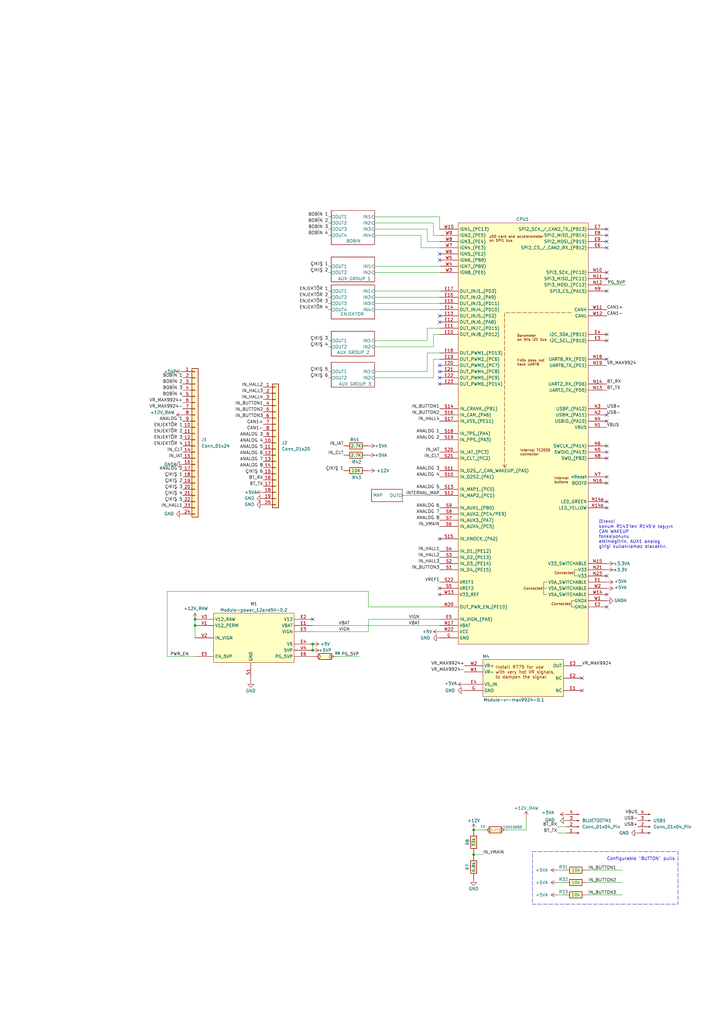
<source format=kicad_sch>
(kicad_sch (version 20231120) (generator "eeschema") (generator_version "8.0")
  (paper "A3" portrait)
  (title_block (title "UAEFI") (date "2024-08-15") (rev "D") (company "rusEFI.com") (comment 1 "https://rusefi.com/s/uaefi"))
  (lib_symbols
    (symbol "Connector:Conn_01x04_Pin" (pin_names (offset 1.016) hide)
      (property "Reference" "J" (at 0 5.08 0))
      (property "Value" "Conn_01x04_Pin" (at 0 -7.62 0))
      (symbol "Conn_01x04_Pin_1_1"
        (polyline (pts (xy 1.27 -5.08) (xy 0.8636 -5.08)) (stroke (width 0.1524)))
        (polyline (pts (xy 1.27 -2.54) (xy 0.8636 -2.54)) (stroke (width 0.1524)))
        (polyline (pts (xy 1.27 0) (xy 0.8636 0)) (stroke (width 0.1524)))
        (polyline (pts (xy 1.27 2.54) (xy 0.8636 2.54)) (stroke (width 0.1524)))
        (rectangle (start 0.8636 -4.953) (end 0 -5.207) (stroke (width 0.1524)) (fill (type outline)))
        (rectangle (start 0.8636 -2.413) (end 0 -2.667) (stroke (width 0.1524)) (fill (type outline)))
        (rectangle (start 0.8636 0.127) (end 0 -0.127) (stroke (width 0.1524)) (fill (type outline)))
        (rectangle (start 0.8636 2.667) (end 0 2.413) (stroke (width 0.1524)) (fill (type outline)))
        (pin passive line (at 5.08 2.54 180) (length 3.81) (name "Pin_1") (number "1"))
        (pin passive line (at 5.08 0 180) (length 3.81) (name "Pin_2") (number "2"))
        (pin passive line (at 5.08 -2.54 180) (length 3.81) (name "Pin_3") (number "3"))
        (pin passive line (at 5.08 -5.08 180) (length 3.81) (name "Pin_4") (number "4"))
      )
    )
    (symbol "Connector_Generic:Conn_01x20" (pin_names (offset 1.016) hide)
      (property "Reference" "J" (at 0 25.4 0))
      (property "Value" "Conn_01x20" (at 0 -27.94 0))
      (symbol "Conn_01x20_1_1"
        (rectangle (start -1.27 -25.273) (end 0 -25.527) (stroke (width 0.1524)))
        (rectangle (start -1.27 -22.733) (end 0 -22.987) (stroke (width 0.1524)))
        (rectangle (start -1.27 -20.193) (end 0 -20.447) (stroke (width 0.1524)))
        (rectangle (start -1.27 -17.653) (end 0 -17.907) (stroke (width 0.1524)))
        (rectangle (start -1.27 -15.113) (end 0 -15.367) (stroke (width 0.1524)))
        (rectangle (start -1.27 -12.573) (end 0 -12.827) (stroke (width 0.1524)))
        (rectangle (start -1.27 -10.033) (end 0 -10.287) (stroke (width 0.1524)))
        (rectangle (start -1.27 -7.493) (end 0 -7.747) (stroke (width 0.1524)))
        (rectangle (start -1.27 -4.953) (end 0 -5.207) (stroke (width 0.1524)))
        (rectangle (start -1.27 -2.413) (end 0 -2.667) (stroke (width 0.1524)))
        (rectangle (start -1.27 0.127) (end 0 -0.127) (stroke (width 0.1524)))
        (rectangle (start -1.27 2.667) (end 0 2.413) (stroke (width 0.1524)))
        (rectangle (start -1.27 5.207) (end 0 4.953) (stroke (width 0.1524)))
        (rectangle (start -1.27 7.747) (end 0 7.493) (stroke (width 0.1524)))
        (rectangle (start -1.27 10.287) (end 0 10.033) (stroke (width 0.1524)))
        (rectangle (start -1.27 12.827) (end 0 12.573) (stroke (width 0.1524)))
        (rectangle (start -1.27 15.367) (end 0 15.113) (stroke (width 0.1524)))
        (rectangle (start -1.27 17.907) (end 0 17.653) (stroke (width 0.1524)))
        (rectangle (start -1.27 20.447) (end 0 20.193) (stroke (width 0.1524)))
        (rectangle (start -1.27 22.987) (end 0 22.733) (stroke (width 0.1524)))
        (rectangle (start -1.27 24.13) (end 1.27 -26.67) (stroke (width 0.254)) (fill (type background)))
        (pin passive line (at -5.08 22.86 0) (length 3.81) (name "Pin_1") (number "1"))
        (pin passive line (at -5.08 0 0) (length 3.81) (name "Pin_10") (number "10"))
        (pin passive line (at -5.08 -2.54 0) (length 3.81) (name "Pin_11") (number "11"))
        (pin passive line (at -5.08 -5.08 0) (length 3.81) (name "Pin_12") (number "12"))
        (pin passive line (at -5.08 -7.62 0) (length 3.81) (name "Pin_13") (number "13"))
        (pin passive line (at -5.08 -10.16 0) (length 3.81) (name "Pin_14") (number "14"))
        (pin passive line (at -5.08 -12.7 0) (length 3.81) (name "Pin_15") (number "15"))
        (pin passive line (at -5.08 -15.24 0) (length 3.81) (name "Pin_16") (number "16"))
        (pin passive line (at -5.08 -17.78 0) (length 3.81) (name "Pin_17") (number "17"))
        (pin passive line (at -5.08 -20.32 0) (length 3.81) (name "Pin_18") (number "18"))
        (pin passive line (at -5.08 -22.86 0) (length 3.81) (name "Pin_19") (number "19"))
        (pin passive line (at -5.08 20.32 0) (length 3.81) (name "Pin_2") (number "2"))
        (pin passive line (at -5.08 -25.4 0) (length 3.81) (name "Pin_20") (number "20"))
        (pin passive line (at -5.08 17.78 0) (length 3.81) (name "Pin_3") (number "3"))
        (pin passive line (at -5.08 15.24 0) (length 3.81) (name "Pin_4") (number "4"))
        (pin passive line (at -5.08 12.7 0) (length 3.81) (name "Pin_5") (number "5"))
        (pin passive line (at -5.08 10.16 0) (length 3.81) (name "Pin_6") (number "6"))
        (pin passive line (at -5.08 7.62 0) (length 3.81) (name "Pin_7") (number "7"))
        (pin passive line (at -5.08 5.08 0) (length 3.81) (name "Pin_8") (number "8"))
        (pin passive line (at -5.08 2.54 0) (length 3.81) (name "Pin_9") (number "9"))
      )
    )
    (symbol "Connector_Generic:Conn_01x24" (pin_names (offset 1.016) hide)
      (property "Reference" "J" (at 0 30.48 0))
      (property "Value" "Conn_01x24" (at 0 -33.02 0))
      (symbol "Conn_01x24_1_1"
        (rectangle (start -1.27 -30.353) (end 0 -30.607) (stroke (width 0.1524)))
        (rectangle (start -1.27 -27.813) (end 0 -28.067) (stroke (width 0.1524)))
        (rectangle (start -1.27 -25.273) (end 0 -25.527) (stroke (width 0.1524)))
        (rectangle (start -1.27 -22.733) (end 0 -22.987) (stroke (width 0.1524)))
        (rectangle (start -1.27 -20.193) (end 0 -20.447) (stroke (width 0.1524)))
        (rectangle (start -1.27 -17.653) (end 0 -17.907) (stroke (width 0.1524)))
        (rectangle (start -1.27 -15.113) (end 0 -15.367) (stroke (width 0.1524)))
        (rectangle (start -1.27 -12.573) (end 0 -12.827) (stroke (width 0.1524)))
        (rectangle (start -1.27 -10.033) (end 0 -10.287) (stroke (width 0.1524)))
        (rectangle (start -1.27 -7.493) (end 0 -7.747) (stroke (width 0.1524)))
        (rectangle (start -1.27 -4.953) (end 0 -5.207) (stroke (width 0.1524)))
        (rectangle (start -1.27 -2.413) (end 0 -2.667) (stroke (width 0.1524)))
        (rectangle (start -1.27 0.127) (end 0 -0.127) (stroke (width 0.1524)))
        (rectangle (start -1.27 2.667) (end 0 2.413) (stroke (width 0.1524)))
        (rectangle (start -1.27 5.207) (end 0 4.953) (stroke (width 0.1524)))
        (rectangle (start -1.27 7.747) (end 0 7.493) (stroke (width 0.1524)))
        (rectangle (start -1.27 10.287) (end 0 10.033) (stroke (width 0.1524)))
        (rectangle (start -1.27 12.827) (end 0 12.573) (stroke (width 0.1524)))
        (rectangle (start -1.27 15.367) (end 0 15.113) (stroke (width 0.1524)))
        (rectangle (start -1.27 17.907) (end 0 17.653) (stroke (width 0.1524)))
        (rectangle (start -1.27 20.447) (end 0 20.193) (stroke (width 0.1524)))
        (rectangle (start -1.27 22.987) (end 0 22.733) (stroke (width 0.1524)))
        (rectangle (start -1.27 25.527) (end 0 25.273) (stroke (width 0.1524)))
        (rectangle (start -1.27 28.067) (end 0 27.813) (stroke (width 0.1524)))
        (rectangle (start -1.27 29.21) (end 1.27 -31.75) (stroke (width 0.254)) (fill (type background)))
        (pin passive line (at -5.08 27.94 0) (length 3.81) (name "Pin_1") (number "1"))
        (pin passive line (at -5.08 5.08 0) (length 3.81) (name "Pin_10") (number "10"))
        (pin passive line (at -5.08 2.54 0) (length 3.81) (name "Pin_11") (number "11"))
        (pin passive line (at -5.08 0 0) (length 3.81) (name "Pin_12") (number "12"))
        (pin passive line (at -5.08 -2.54 0) (length 3.81) (name "Pin_13") (number "13"))
        (pin passive line (at -5.08 -5.08 0) (length 3.81) (name "Pin_14") (number "14"))
        (pin passive line (at -5.08 -7.62 0) (length 3.81) (name "Pin_15") (number "15"))
        (pin passive line (at -5.08 -10.16 0) (length 3.81) (name "Pin_16") (number "16"))
        (pin passive line (at -5.08 -12.7 0) (length 3.81) (name "Pin_17") (number "17"))
        (pin passive line (at -5.08 -15.24 0) (length 3.81) (name "Pin_18") (number "18"))
        (pin passive line (at -5.08 -17.78 0) (length 3.81) (name "Pin_19") (number "19"))
        (pin passive line (at -5.08 25.4 0) (length 3.81) (name "Pin_2") (number "2"))
        (pin passive line (at -5.08 -20.32 0) (length 3.81) (name "Pin_20") (number "20"))
        (pin passive line (at -5.08 -22.86 0) (length 3.81) (name "Pin_21") (number "21"))
        (pin passive line (at -5.08 -25.4 0) (length 3.81) (name "Pin_22") (number "22"))
        (pin passive line (at -5.08 -27.94 0) (length 3.81) (name "Pin_23") (number "23"))
        (pin passive line (at -5.08 -30.48 0) (length 3.81) (name "Pin_24") (number "24"))
        (pin passive line (at -5.08 22.86 0) (length 3.81) (name "Pin_3") (number "3"))
        (pin passive line (at -5.08 20.32 0) (length 3.81) (name "Pin_4") (number "4"))
        (pin passive line (at -5.08 17.78 0) (length 3.81) (name "Pin_5") (number "5"))
        (pin passive line (at -5.08 15.24 0) (length 3.81) (name "Pin_6") (number "6"))
        (pin passive line (at -5.08 12.7 0) (length 3.81) (name "Pin_7") (number "7"))
        (pin passive line (at -5.08 10.16 0) (length 3.81) (name "Pin_8") (number "8"))
        (pin passive line (at -5.08 7.62 0) (length 3.81) (name "Pin_9") (number "9"))
      )
    )
    (symbol "hellen-one-common:+12V_RAW" (power) (pin_names (offset 0))
      (property "Value" "+12V_RAW" (at 0 3.556 0))
      (symbol "+12V_RAW_0_1"
        (polyline (pts (xy -0.762 1.27) (xy 0 2.54)))
        (polyline (pts (xy 0 0) (xy 0 2.54)))
        (polyline (pts (xy 0 2.54) (xy 0.762 1.27)))
      )
      (symbol "+12V_RAW_1_1"
        (pin power_in line (at 0 0 90) (length 0) hide (name "+12V_RAW") (number "1"))
      )
    )
    (symbol "hellen-one-common:Fuse-Pad-Pad" (pin_numbers hide) (pin_names (offset 0.762) hide)
      (property "Reference" "F" (at 0 2.54 0))
      (symbol "Fuse-Pad-Pad_0_1"
        (circle (center -2.54 0) (radius 0.762))
        (arc (start -1.27 0) (mid -0.635 -0.4563) (end 0 0) (stroke (width 0.0005)))
        (arc (start 1.27 0) (mid 0.635 0.398) (end 0 0) (stroke (width 0.0005)))
        (circle (center 2.54 0) (radius 0.762))
        (pin passive line (at -5.08 0 0) (length 2.54) (name "1") (number "1"))
        (pin passive line (at 5.08 0 180) (length 2.54) (name "2") (number "2"))
      )
      (symbol "Fuse-Pad-Pad_1_0"
        (rectangle (start -2.54 -1.27) (end 2.54 1.27) (stroke (width 0.254)) (fill (type background)))
      )
    )
    (symbol "hellen-one-common:Jumper-Pad-Pad" (pin_numbers hide) (pin_names (offset 0.762) hide)
      (property "Reference" "R" (at 0 2.54 0))
      (symbol "Jumper-Pad-Pad_0_1"
        (circle (center -2.54 0) (radius 0.762))
        (circle (center 2.54 0) (radius 0.762))
        (pin passive line (at -5.08 0 0) (length 2.54) (name "1") (number "1"))
        (pin passive line (at 5.08 0 180) (length 2.54) (name "2") (number "2"))
      )
      (symbol "Jumper-Pad-Pad_1_0"
        (rectangle (start -2.54 -1.27) (end 2.54 1.27) (stroke (width 0.254)) (fill (type background)))
      )
    )
    (symbol "hellen-one-common:Res" (pin_numbers hide)
      (property "Reference" "R" (at 3.81 2.54 0))
      (property "Value" "Res" (at 5.08 -2.54 0))
      (symbol "Res_1_0"
        (rectangle (start 2.54 -1.27) (end 7.62 1.27) (stroke (width 0.254)) (fill (type background)))
        (pin passive line (at 0 0 0) (length 2.54) (name "") (number "1"))
        (pin passive line (at 10.16 0 180) (length 2.54) (name "") (number "2"))
      )
    )
    (symbol "hellen-one-mega-mcu100-0.3:Module{colon}mega-mcu100/0.3"
      (property "Reference" "M100" (at 7.62 2.54 0))
      (property "Value" "Module:mega-mcu100/0.3" (at 7.62 -172.72 0))
      (symbol "Module{colon}mega-mcu100/0.3_1_0"
        (polyline (pts (xy 26.67 -97.79) (xy 25.908 -96.52)))
        (polyline (pts (xy 26.67 -97.79) (xy 27.432 -96.52)))
        (polyline (pts (xy 26.67 -97.79) (xy 26.67 -34.29) (xy 54.61 -34.29)) (stroke (width 0) (type dash)))
        (polyline (pts (xy 42.672 -147.32) (xy 43.942 -147.32) (xy 43.942 -147.32) (xy 43.942 -147.32)) (stroke (width 0) (color 7 55 99 1)))
        (polyline (pts (xy 43.942 -144.78) (xy 42.672 -144.78) (xy 42.672 -149.86) (xy 43.942 -149.86)) (stroke (width 0) (color 7 55 99 1)))
        (polyline (pts (xy 55.372 -152.4) (xy 54.102 -152.4) (xy 54.102 -154.94) (xy 55.372 -154.94)) (stroke (width 0) (color 7 55 99 1)))
        (polyline (pts (xy 56.642 -139.7) (xy 55.372 -139.7) (xy 55.372 -142.24) (xy 56.642 -142.24)) (stroke (width 0) (color 7 55 99 1)))
        (rectangle (start 7.62 2.54) (end 60.96 -170.18) (fill (type background)))
        (text "Barometer\non this I2C bus" (at 31.75 -44.45 0) (effects (font (size 1.016 1.016)) (justify left)))
        (text "Connected" (at 34.29 -147.32 0) (effects (font (size 1.016 1.016) (italic yes)) (justify left)))
        (text "Connected" (at 45.72 -153.67 0) (effects (font (size 1.016 1.016) (italic yes)) (justify left)))
        (text "Connected" (at 46.99 -140.97 0) (effects (font (size 1.016 1.016) (italic yes)) (justify left)))
        (text "F40x does not\nhave UART8" (at 31.75 -54.61 0) (effects (font (size 1.016 1.016)) (justify left)))
        (text "Internal\nbuttons" (at 46.99 -102.87 0) (effects (font (size 1.016 1.016)) (justify left)))
        (text "Internal TC2030\nconnector" (at 33.02 -91.44 0) (effects (font (size 1.016 1.016)) (justify left)))
        (text "uSD card and accelerometer \non SPI1 bus" (at 20.32 -3.81 0) (effects (font (size 1.016 1.016)) (justify left)))
        (pin passive line (at 68.58 -144.78 180) (length 7.62) (name "V5A_SWITCHABLE") (number "E1"))
        (pin passive line (at 0 -43.18 0) (length 7.62) (name "OUT_INJ8_(PD12)") (number "E10"))
        (pin passive line (at 0 -40.64 0) (length 7.62) (name "OUT_INJ7_(PD15)") (number "E11"))
        (pin passive line (at 0 -38.1 0) (length 7.62) (name "OUT_INJ6_(PA8)") (number "E12"))
        (pin passive line (at 0 -35.56 0) (length 7.62) (name "OUT_INJ5_(PD2)") (number "E13"))
        (pin passive line (at 0 -33.02 0) (length 7.62) (name "OUT_INJ4_(PD10)") (number "E14"))
        (pin passive line (at 0 -30.48 0) (length 7.62) (name "OUT_INJ3_(PD11)") (number "E15"))
        (pin passive line (at 0 -27.94 0) (length 7.62) (name "OUT_INJ2_(PA9)") (number "E16"))
        (pin passive line (at 0 -25.4 0) (length 7.62) (name "OUT_INJ1_(PD3)") (number "E17"))
        (pin passive line (at 0 -50.8 0) (length 7.62) (name "OUT_PWM1_(PD13)") (number "E18"))
        (pin passive line (at 0 -53.34 0) (length 7.62) (name "OUT_PWM2_(PC6)") (number "E19"))
        (pin passive line (at 68.58 -154.94 180) (length 7.62) (name "GNDA") (number "E2"))
        (pin passive line (at 0 -55.88 0) (length 7.62) (name "OUT_PWM3_(PC7)") (number "E20"))
        (pin passive line (at 0 -58.42 0) (length 7.62) (name "OUT_PWM4_(PC8)") (number "E21"))
        (pin passive line (at 0 -60.96 0) (length 7.62) (name "OUT_PWM5_(PC9)") (number "E22"))
        (pin passive line (at 0 -63.5 0) (length 7.62) (name "OUT_PWM6_(PD14)") (number "E23"))
        (pin passive line (at 68.58 -45.72 180) (length 7.62) (name "I2C_SCL_(PB10)") (number "E3"))
        (pin passive line (at 68.58 -43.18 180) (length 7.62) (name "I2C_SDA_(PB11)") (number "E4"))
        (pin passive line (at 0 -160.02 0) (length 7.62) (name "IN_VIGN_(PA5)") (number "E5"))
        (pin passive line (at 68.58 -7.62 180) (length 7.62) (name "SPI2_CS_/_CAN2_RX_(PB12)") (number "E6"))
        (pin passive line (at 68.58 0 180) (length 7.62) (name "SPI2_SCK_/_CAN2_TX_(PB13)") (number "E7"))
        (pin passive line (at 68.58 -2.54 180) (length 7.62) (name "SPI2_MISO_(PB14)") (number "E8"))
        (pin passive line (at 68.58 -5.08 180) (length 7.62) (name "SPI2_MOSI_(PB15)") (number "E9"))
        (pin passive line (at 0 -167.64 0) (length 7.62) (name "GND") (number "G"))
        (pin passive line (at 68.58 -81.28 180) (length 7.62) (name "VBUS") (number "N1"))
        (pin passive line (at 68.58 -17.78 180) (length 7.62) (name "SPI3_SCK_(PC10)") (number "N10"))
        (pin passive line (at 68.58 -20.32 180) (length 7.62) (name "SPI3_MISO_(PC11)") (number "N11"))
        (pin passive line (at 68.58 -22.86 180) (length 7.62) (name "SPI3_MOSI_(PC12)") (number "N12"))
        (pin passive line (at 68.58 -66.04 180) (length 7.62) (name "UART2_TX_(PD5)") (number "N13"))
        (pin passive line (at 68.58 -63.5 180) (length 7.62) (name "UART2_RX_(PD6)") (number "N14"))
        (pin passive line (at 68.58 -111.76 180) (length 7.62) (name "LED_GREEN") (number "N14a"))
        (pin passive line (at 68.58 -114.3 180) (length 7.62) (name "LED_YELLOW") (number "N14b"))
        (pin passive line (at 68.58 -137.16 180) (length 7.62) (name "V33_SWITCHABLE") (number "N15"))
        (pin passive line (at 68.58 -104.14 180) (length 7.62) (name "BOOT0") (number "N16"))
        (pin passive line (at 0 -162.56 0) (length 7.62) (name "VBAT") (number "N17"))
        (pin passive line (at 68.58 -53.34 180) (length 7.62) (name "UART8_RX_(PE0)") (number "N18"))
        (pin passive line (at 68.58 -55.88 180) (length 7.62) (name "UART8_TX_(PE1)") (number "N19"))
        (pin passive line (at 68.58 -76.2 180) (length 7.62) (name "USBM_(PA11)") (number "N2"))
        (pin passive line (at 0 -154.94 0) (length 7.62) (name "OUT_PWR_EN_(PE10)") (number "N20"))
        (pin passive line (at 68.58 -139.7 180) (length 7.62) (name "V33") (number "N21"))
        (pin passive line (at 0 -165.1 0) (length 7.62) (name "VCC") (number "N22"))
        (pin passive line (at 68.58 -142.24 180) (length 7.62) (name "V33") (number "N23"))
        (pin passive line (at 68.58 -73.66 180) (length 7.62) (name "USBP_(PA12)") (number "N3"))
        (pin passive line (at 68.58 -78.74 180) (length 7.62) (name "USBID_(PA10)") (number "N4"))
        (pin passive line (at 68.58 -91.44 180) (length 7.62) (name "SWDIO_(PA13)") (number "N5"))
        (pin passive line (at 68.58 -88.9 180) (length 7.62) (name "SWCLK_(PA14)") (number "N6"))
        (pin passive line (at 68.58 -101.6 180) (length 7.62) (name "nReset") (number "N7"))
        (pin passive line (at 68.58 -93.98 180) (length 7.62) (name "SWO_(PB3)") (number "N8"))
        (pin passive line (at 68.58 -25.4 180) (length 7.62) (name "SPI3_CS_(PA15)") (number "N9"))
        (pin passive line (at 0 -139.7 0) (length 7.62) (name "IN_D4_(PE15)") (number "S1"))
        (pin passive line (at 0 -101.6 0) (length 7.62) (name "IN_O2S2_(PA1)") (number "S10"))
        (pin passive line (at 0 -99.06 0) (length 7.62) (name "IN_O2S_/_CAN_WAKEUP_(PA0)") (number "S11"))
        (pin passive line (at 0 -109.22 0) (length 7.62) (name "IN_MAP2_(PC1)") (number "S12"))
        (pin passive line (at 0 -106.68 0) (length 7.62) (name "IN_MAP1_(PC0)") (number "S13"))
        (pin passive line (at 0 -73.66 0) (length 7.62) (name "IN_CRANK_(PB1)") (number "S14"))
        (pin passive line (at 0 -127 0) (length 7.62) (name "IN_KNOCK_(PA2)") (number "S15"))
        (pin passive line (at 0 -76.2 0) (length 7.62) (name "IN_CAM_(PA6)") (number "S16"))
        (pin passive line (at 0 -78.74 0) (length 7.62) (name "IN_VSS_(PE11)") (number "S17"))
        (pin passive line (at 0 -83.82 0) (length 7.62) (name "IN_TPS_(PA4)") (number "S18"))
        (pin passive line (at 0 -86.36 0) (length 7.62) (name "IN_PPS_(PA3)") (number "S19"))
        (pin passive line (at 0 -137.16 0) (length 7.62) (name "IN_D3_(PE14)") (number "S2"))
        (pin passive line (at 0 -91.44 0) (length 7.62) (name "IN_IAT_(PC3)") (number "S20"))
        (pin passive line (at 0 -93.98 0) (length 7.62) (name "IN_CLT_(PC2)") (number "S21"))
        (pin passive line (at 0 -144.78 0) (length 7.62) (name "VREF1") (number "S22"))
        (pin passive line (at 0 -134.62 0) (length 7.62) (name "IN_D2_(PE13)") (number "S3"))
        (pin passive line (at 0 -132.08 0) (length 7.62) (name "IN_D1_(PE12)") (number "S4"))
        (pin passive line (at 0 -147.32 0) (length 7.62) (name "VREF2") (number "S5"))
        (pin passive line (at 0 -121.92 0) (length 7.62) (name "IN_AUX4_(PC5)") (number "S6"))
        (pin passive line (at 0 -119.38 0) (length 7.62) (name "IN_AUX3_(PA7)") (number "S7"))
        (pin passive line (at 0 -116.84 0) (length 7.62) (name "IN_AUX2_(PC4/PE9)") (number "S8"))
        (pin passive line (at 0 -114.3 0) (length 7.62) (name "IN_AUX1_(PB0)") (number "S9"))
        (pin passive line (at 68.58 -152.4 180) (length 7.62) (name "GNDA") (number "W1"))
        (pin passive line (at 0 0 0) (length 7.62) (name "IGN1_(PC13)") (number "W10"))
        (pin passive line (at 68.58 -33.02 180) (length 7.62) (name "CANH") (number "W11"))
        (pin passive line (at 68.58 -35.56 180) (length 7.62) (name "CANL") (number "W12"))
        (pin passive line (at 0 -149.86 0) (length 7.62) (name "V33_REF") (number "W13"))
        (pin passive line (at 68.58 -149.86 180) (length 7.62) (name "V5A_SWITCHABLE") (number "W14"))
        (pin passive line (at 68.58 -147.32 180) (length 7.62) (name "V5A_SWITCHABLE") (number "W2"))
        (pin passive line (at 0 -17.78 0) (length 7.62) (name "IGN8_(PE6)") (number "W3"))
        (pin passive line (at 0 -15.24 0) (length 7.62) (name "IGN7_(PB9)") (number "W4"))
        (pin passive line (at 0 -12.7 0) (length 7.62) (name "IGN6_(PB8)") (number "W5"))
        (pin passive line (at 0 -10.16 0) (length 7.62) (name "IGN5_(PE2)") (number "W6"))
        (pin passive line (at 0 -7.62 0) (length 7.62) (name "IGN4_(PE3)") (number "W7"))
        (pin passive line (at 0 -5.08 0) (length 7.62) (name "IGN3_(PE4)") (number "W8"))
        (pin passive line (at 0 -2.54 0) (length 7.62) (name "IGN2_(PE5)") (number "W9"))
      )
    )
    (symbol "hellen-one-power_12and5V:Module-power_12and5V-0.2"
      (property "Reference" "M" (at 1.27 1.27 0))
      (property "Value" "Module-power_12and5V-0.2" (at -1.27 3.81 0))
      (symbol "Module-power_12and5V-0.2_1_0"
        (rectangle (start 33.02 0) (end 0 -20.32) (fill (type background)))
        (pin passive line (at 40.64 -5.08 180) (length 7.62) (name "VBAT") (number "E1"))
        (pin passive line (at 40.64 -2.54 180) (length 7.62) (name "V12") (number "E2"))
        (pin passive line (at 40.64 -7.62 180) (length 7.62) (name "VIGN") (number "E3"))
        (pin passive line (at 40.64 -12.7 180) (length 7.62) (name "V5") (number "E4"))
        (pin passive line (at -7.62 -17.78 0) (length 7.62) (name "EN_5VP") (number "E5"))
        (pin passive line (at 40.64 -17.78 180) (length 7.62) (name "PG_5VP") (number "E6"))
        (pin passive line (at 15.24 -27.94 90) (length 7.62) (name "GND") (number "S1"))
        (pin passive line (at -7.62 -5.08 0) (length 7.62) (name "V12_PERM") (number "V1"))
        (pin passive line (at -7.62 -10.16 0) (length 7.62) (name "IN_VIGN") (number "V2"))
        (pin passive line (at -7.62 -2.54 0) (length 7.62) (name "V12_RAW") (number "V3"))
        (pin passive line (at 40.64 -15.24 180) (length 7.62) (name "5VP") (number "V4"))
      )
    )
    (symbol "power:+12V" (power) (pin_names (offset 0))
      (property "Value" "+12V" (at 0 3.556 0))
      (symbol "+12V_0_1"
        (polyline (pts (xy -0.762 1.27) (xy 0 2.54)))
        (polyline (pts (xy 0 0) (xy 0 2.54)))
        (polyline (pts (xy 0 2.54) (xy 0.762 1.27)))
      )
      (symbol "+12V_1_1"
        (pin power_in line (at 0 0 90) (length 0) hide (name "+12V") (number "1"))
      )
    )
    (symbol "power:+3.3V" (power) (pin_names (offset 0))
      (property "Value" "+3.3V" (at 0 3.556 0))
      (symbol "+3.3V_0_1"
        (polyline (pts (xy -0.762 1.27) (xy 0 2.54)))
        (polyline (pts (xy 0 0) (xy 0 2.54)))
        (polyline (pts (xy 0 2.54) (xy 0.762 1.27)))
      )
      (symbol "+3.3V_1_1"
        (pin power_in line (at 0 0 90) (length 0) hide (name "+3.3V") (number "1"))
      )
    )
    (symbol "power:+3.3VA" (power) (pin_names (offset 0))
      (property "Value" "+3.3VA" (at 0 3.556 0))
      (symbol "+3.3VA_0_1"
        (polyline (pts (xy -0.762 1.27) (xy 0 2.54)))
        (polyline (pts (xy 0 0) (xy 0 2.54)))
        (polyline (pts (xy 0 2.54) (xy 0.762 1.27)))
      )
      (symbol "+3.3VA_1_1"
        (pin power_in line (at 0 0 90) (length 0) hide (name "+3.3VA") (number "1"))
      )
    )
    (symbol "power:+5V" (power) (pin_names (offset 0))
      (property "Value" "+5V" (at 0 3.556 0))
      (symbol "+5V_0_1"
        (polyline (pts (xy -0.762 1.27) (xy 0 2.54)))
        (polyline (pts (xy 0 0) (xy 0 2.54)))
        (polyline (pts (xy 0 2.54) (xy 0.762 1.27)))
      )
      (symbol "+5V_1_1"
        (pin power_in line (at 0 0 90) (length 0) hide (name "+5V") (number "1"))
      )
    )
    (symbol "power:+5VA" (power) (pin_names (offset 0))
      (property "Value" "+5VA" (at 0 3.556 0))
      (symbol "+5VA_0_1"
        (polyline (pts (xy -0.762 1.27) (xy 0 2.54)))
        (polyline (pts (xy 0 0) (xy 0 2.54)))
        (polyline (pts (xy 0 2.54) (xy 0.762 1.27)))
      )
      (symbol "+5VA_1_1"
        (pin power_in line (at 0 0 90) (length 0) hide (name "+5VA") (number "1"))
      )
    )
    (symbol "power:+5VP" (power) (pin_names (offset 0))
      (property "Value" "+5VP" (at 0 3.556 0))
      (symbol "+5VP_0_1"
        (polyline (pts (xy -0.762 1.27) (xy 0 2.54)))
        (polyline (pts (xy 0 0) (xy 0 2.54)))
        (polyline (pts (xy 0 2.54) (xy 0.762 1.27)))
      )
      (symbol "+5VP_1_1"
        (pin power_in line (at 0 0 90) (length 0) hide (name "+5VP") (number "1"))
      )
    )
    (symbol "power:GND" (power) (pin_names (offset 0))
      (property "Value" "GND" (at 0 -3.81 0))
      (symbol "GND_0_1"
        (polyline (pts (xy 0 0) (xy 0 -1.27) (xy 1.27 -1.27) (xy 0 -2.54) (xy -1.27 -1.27) (xy 0 -1.27)))
      )
      (symbol "GND_1_1"
        (pin power_in line (at 0 0 270) (length 0) hide (name "GND") (number "1"))
      )
    )
    (symbol "power:GNDA" (power) (pin_names (offset 0))
      (property "Value" "GNDA" (at 0 -3.81 0))
      (symbol "GNDA_0_1"
        (polyline (pts (xy 0 0) (xy 0 -1.27) (xy 1.27 -1.27) (xy 0 -2.54) (xy -1.27 -1.27) (xy 0 -1.27)))
      )
      (symbol "GNDA_1_1"
        (pin power_in line (at 0 0 270) (length 0) hide (name "GNDA") (number "1"))
      )
    )
    (symbol "vr-max9924:Module-vr-max9924-0.1"
      (property "Reference" "M" (at 1.27 1.27 0))
      (property "Value" "Module-vr-max9924-0.1" (at 16.51 -16.51 0))
      (symbol "Module-vr-max9924-0.1_1_0"
        (rectangle (start 0 0) (end 33.02 -15.24) (fill (type background)))
        (text "Install R775 for use \nwith very hot VR signals, \nto dampen the signal" (at 5.08 -5.08 0) (effects (font (size 1.27 1.27)) (justify left)))
        (pin passive line (at 40.64 -12.7 180) (length 7.62) (name "NC") (number "E1"))
        (pin passive line (at 40.64 -7.62 180) (length 7.62) (name "NC") (number "E2"))
        (pin passive line (at 40.64 -2.54 180) (length 7.62) (name "OUT") (number "E3"))
        (pin passive line (at -7.62 -10.16 0) (length 7.62) (name "V5_IN") (number "E4"))
        (pin passive line (at -7.62 -12.7 0) (length 7.62) (name "GND") (number "G"))
        (pin passive line (at -7.62 -5.08 0) (length 7.62) (name "VR-") (number "W1"))
        (pin passive line (at -7.62 -2.54 0) (length 7.62) (name "VR+") (number "W2"))
      )
    )
  )
  (junction (at 128.27 266.7))
  (junction (at 80.01 256.54))
  (junction (at 194.31 340.36))
  (junction (at 128.27 264.16))
  (junction (at 80.01 254))
  (junction (at 194.31 350.52))
  (no_connect (at 248.92 182.88))
  (no_connect (at 248.92 101.6))
  (no_connect (at 248.92 187.96))
  (no_connect (at 248.92 248.92))
  (no_connect (at 180.34 220.98))
  (no_connect (at 248.92 147.32))
  (no_connect (at 248.92 99.06))
  (no_connect (at 248.92 111.76))
  (no_connect (at 180.34 152.4))
  (no_connect (at 180.34 154.94))
  (no_connect (at 248.92 172.72))
  (no_connect (at 180.34 132.08))
  (no_connect (at 180.34 129.54))
  (no_connect (at 248.92 198.12))
  (no_connect (at 248.92 208.28))
  (no_connect (at 248.92 185.42))
  (no_connect (at 248.92 93.98))
  (no_connect (at 180.34 106.68))
  (no_connect (at 128.27 254))
  (no_connect (at 248.92 236.22))
  (no_connect (at 248.92 114.3))
  (no_connect (at 180.34 104.14))
  (no_connect (at 248.92 205.74))
  (no_connect (at 238.76 278.13))
  (no_connect (at 180.34 149.86))
  (no_connect (at 248.92 243.84))
  (no_connect (at 248.92 119.38))
  (no_connect (at 180.34 157.48))
  (no_connect (at 248.92 137.16))
  (no_connect (at 248.92 139.7))
  (no_connect (at 238.76 283.21))
  (no_connect (at 180.34 241.3))
  (no_connect (at 248.92 170.18))
  (no_connect (at 180.34 243.84))
  (no_connect (at 248.92 195.58))
  (no_connect (at 248.92 96.52))
  (wire (pts (xy 153.67 139.7) (xy 175.26 139.7)))
  (wire (pts (xy 153.67 119.38) (xy 180.34 119.38)))
  (wire (pts (xy 134.62 139.7) (xy 135.89 139.7)))
  (wire (pts (xy 153.67 93.98) (xy 175.26 93.98)))
  (wire (pts (xy 134.62 119.38) (xy 135.89 119.38)))
  (wire (pts (xy 153.67 127) (xy 180.34 127)))
  (wire (pts (xy 180.34 88.9) (xy 180.34 93.98)))
  (wire (pts (xy 153.67 111.76) (xy 180.34 111.76)))
  (wire (pts (xy 134.62 96.52) (xy 135.89 96.52)))
  (wire (pts (xy 228.6 339.09) (xy 232.41 339.09)))
  (wire (pts (xy 180.34 147.32) (xy 177.8 147.32)))
  (wire (pts (xy 241.3 361.95) (xy 255.27 361.95)))
  (wire (pts (xy 172.72 101.6) (xy 180.34 101.6)))
  (wire (pts (xy 153.67 124.46) (xy 180.34 124.46)))
  (wire (pts (xy 177.8 154.94) (xy 177.8 147.32)))
  (wire (pts (xy 177.8 137.16) (xy 180.34 137.16)))
  (wire (pts (xy 134.62 93.98) (xy 135.89 93.98)))
  (wire (pts (xy 256.54 116.84) (xy 248.92 116.84)))
  (wire (pts (xy 175.26 144.78) (xy 175.26 152.4)))
  (wire (pts (xy 180.34 144.78) (xy 175.26 144.78)))
  (wire (pts (xy 153.67 121.92) (xy 180.34 121.92)))
  (wire (pts (xy 175.26 134.62) (xy 180.34 134.62)))
  (wire (pts (xy 134.62 109.22) (xy 135.89 109.22)))
  (wire (pts (xy 134.62 154.94) (xy 135.89 154.94)))
  (wire (pts (xy 68.58 269.24) (xy 80.01 269.24)))
  (wire (pts (xy 172.72 96.52) (xy 172.72 101.6)))
  (wire (pts (xy 153.67 91.44) (xy 177.8 91.44)))
  (wire (pts (xy 134.62 121.92) (xy 135.89 121.92)))
  (wire (pts (xy 180.34 248.92) (xy 151.13 248.92)))
  (wire (pts (xy 151.13 248.92) (xy 151.13 242.57)))
  (wire (pts (xy 165.1 203.2) (xy 180.34 203.2)))
  (wire (pts (xy 194.31 340.36) (xy 198.12 340.36)))
  (wire (pts (xy 138.43 269.24) (xy 147.32 269.24)))
  (wire (pts (xy 194.31 350.52) (xy 198.12 350.52)))
  (wire (pts (xy 134.62 91.44) (xy 135.89 91.44)))
  (wire (pts (xy 215.9 340.36) (xy 208.28 340.36)))
  (wire (pts (xy 153.67 154.94) (xy 177.8 154.94)))
  (wire (pts (xy 153.67 109.22) (xy 180.34 109.22)))
  (wire (pts (xy 153.67 142.24) (xy 177.8 142.24)))
  (wire (pts (xy 175.26 99.06) (xy 180.34 99.06)))
  (wire (pts (xy 151.13 254) (xy 180.34 254)))
  (wire (pts (xy 128.27 256.54) (xy 180.34 256.54)))
  (wire (pts (xy 134.62 111.76) (xy 135.89 111.76)))
  (wire (pts (xy 175.26 139.7) (xy 175.26 134.62)))
  (wire (pts (xy 153.67 96.52) (xy 172.72 96.52)))
  (wire (pts (xy 151.13 259.08) (xy 151.13 254)))
  (wire (pts (xy 80.01 256.54) (xy 80.01 261.62)))
  (wire (pts (xy 134.62 152.4) (xy 135.89 152.4)))
  (wire (pts (xy 153.67 88.9) (xy 180.34 88.9)))
  (wire (pts (xy 151.13 242.57) (xy 68.58 242.57)))
  (wire (pts (xy 228.6 361.95) (xy 231.14 361.95)))
  (wire (pts (xy 228.6 367.03) (xy 231.14 367.03)))
  (wire (pts (xy 175.26 93.98) (xy 175.26 99.06)))
  (wire (pts (xy 80.01 254) (xy 80.01 256.54)))
  (wire (pts (xy 128.27 259.08) (xy 151.13 259.08)))
  (wire (pts (xy 134.62 142.24) (xy 135.89 142.24)))
  (wire (pts (xy 228.6 356.87) (xy 231.14 356.87)))
  (wire (pts (xy 134.62 88.9) (xy 135.89 88.9)))
  (wire (pts (xy 134.62 124.46) (xy 135.89 124.46)))
  (wire (pts (xy 215.9 335.28) (xy 215.9 340.36)))
  (wire (pts (xy 228.6 341.63) (xy 232.41 341.63)))
  (wire (pts (xy 177.8 142.24) (xy 177.8 137.16)))
  (wire (pts (xy 134.62 127) (xy 135.89 127)))
  (wire (pts (xy 175.26 152.4) (xy 153.67 152.4)))
  (wire (pts (xy 177.8 96.52) (xy 180.34 96.52)))
  (wire (pts (xy 241.3 356.87) (xy 255.27 356.87)))
  (wire (pts (xy 241.3 367.03) (xy 255.27 367.03)))
  (wire (pts (xy 128.27 264.16) (xy 128.27 266.7)))
  (wire (pts (xy 68.58 242.57) (xy 68.58 269.24)))
  (wire (pts (xy 177.8 91.44) (xy 177.8 96.52)))
  (rectangle (start 218.44 349.25) (end 278.13 370.84) (stroke (width 0) (type dash)))
  (text "Direnci\nkonum R143'ten R145'e taşıyın\nCAN WAKEUP\nfonksiyonunu\netkinleştirin. AUX1 analog\ngirişi kullanılamaz olacaktır." (at 245.618 225.044 0) (effects (font (size 1.27 1.27)) (justify left bottom)))
  (text "Configurable \"BUTTON\" pulls" (at 248.92 353.06 0) (effects (font (size 1.27 1.27)) (justify left bottom)))
  (label "PG_5VP" (at 256.54 116.84 180))
  (label "IN_HALL1" (at 180.34 226.06 180))
  (label "IN_BUTTON3" (at 107.95 171.45 180))
  (label "ANALOG 2" (at 180.34 180.34 180))
  (label "ÇIKIŞ 3" (at 74.93 200.66 180))
  (label "BOBİN 3" (at 134.62 93.98 180))
  (label "IN_CLT" (at 180.34 187.96 180))
  (label "IN_IAT" (at 140.97 182.88 180))
  (label "IN_HALL3" (at 107.95 161.29 180))
  (label "BOBİN 4" (at 74.93 162.56 180))
  (label "ENJEKTÖR 4" (at 134.62 127 180))
  (label "BT_RX" (at 228.6 339.09 180))
  (label "ENJEKTÖR 1" (at 74.93 175.26 180))
  (label "ENJEKTÖR 1" (at 134.62 119.38 180))
  (label "CAN1+" (at 248.92 127 0))
  (label "IN_BUTTON3" (at 241.3 367.03 0))
  (label "BT_TX" (at 107.95 199.39 180))
  (label "IN_HALL4" (at 180.34 172.72 180))
  (label "ÇIKIŞ 3" (at 134.62 139.7 180))
  (label "IN_VMAIN" (at 198.12 350.52 0))
  (label "ENJEKTÖR 3" (at 74.93 180.34 180))
  (label "USB-" (at 261.62 336.55 180))
  (label "ANALOG 5" (at 107.95 184.15 180))
  (label "BT_RX" (at 107.95 196.85 180))
  (label "BT_TX" (at 228.6 341.63 180))
  (label "VIGN" (at 143.51 259.08 180))
  (label "VBAT" (at 167.64 256.54 0))
  (label "ÇIKIŞ 5" (at 74.93 205.74 180))
  (label "IN_HALL2" (at 180.34 228.6 180))
  (label "USB+" (at 248.92 167.64 0))
  (label "ÇIKIŞ 2" (at 134.62 111.76 180))
  (label "BT_RX" (at 248.92 157.48 0))
  (label "VREF1" (at 180.34 238.76 180))
  (label "IN_BUTTON1" (at 180.34 167.64 180))
  (label "BT_TX" (at 248.92 160.02 0))
  (label "ÇIKIŞ 4" (at 74.93 203.2 180))
  (label "USB+" (at 261.62 339.09 180))
  (label "USB-" (at 248.92 170.18 0))
  (label "BOBİN 4" (at 134.62 96.52 180))
  (label "IN_BUTTON1" (at 241.3 356.87 0))
  (label "PWR_EN" (at 69.85 269.24 0))
  (label "VBAT" (at 143.51 256.54 180))
  (label "BOBİN 2" (at 134.62 91.44 180))
  (label "PG_5VP" (at 147.32 269.24 180))
  (label "ÇIKIŞ 1" (at 134.62 109.22 180))
  (label "ANALOG 2" (at 74.93 193.04 180))
  (label "ENJEKTÖR 3" (at 134.62 124.46 180))
  (label "ÇIKIŞ 2" (at 74.93 198.12 180))
  (label "VR_MAX9924" (at 248.92 149.86 0))
  (label "VR_MAX9924-" (at 74.93 167.64 180))
  (label "BOBİN 1" (at 74.93 154.94 180))
  (label "IN_CLT" (at 140.97 186.69 180))
  (label "IN_BUTTON3" (at 180.34 233.68 180))
  (label "ANALOG 6" (at 180.34 208.28 180))
  (label "IN_HALL3" (at 180.34 231.14 180))
  (label "ANALOG 3" (at 180.34 193.04 180))
  (label "ÇIKIŞ 5" (at 134.62 152.4 180))
  (label "ANALOG 7" (at 180.34 210.82 180))
  (label "VR_MAX9924+" (at 190.5 273.05 180))
  (label "ENJEKTÖR 2" (at 134.62 121.92 180))
  (label "IN_HALL1" (at 74.93 208.28 180))
  (label "VIGN" (at 167.64 254 0))
  (label "ANALOG 6" (at 107.95 186.69 180))
  (label "BOBİN 3" (at 74.93 160.02 180))
  (label "ÇIKIŞ 1" (at 74.93 195.58 180))
  (label "VR_MAX9924" (at 238.76 273.05 0))
  (label "ANALOG 8" (at 107.95 191.77 180))
  (label "ENJEKTÖR 2" (at 74.93 177.8 180))
  (label "ÇIKIŞ 4" (at 134.62 142.24 180))
  (label "ANALOG 1" (at 180.34 177.8 180))
  (label "ANALOG 7" (at 107.95 189.23 180))
  (label "IN_BUTTON1" (at 107.95 166.37 180))
  (label "VBUS" (at 248.92 175.26 0))
  (label "ANALOG 5" (at 180.34 200.66 180))
  (label "IN_BUTTON2" (at 180.34 170.18 180))
  (label "IN_HALL4" (at 107.95 163.83 180))
  (label "VR_MAX9924-" (at 190.5 275.59 180))
  (label "ÇIKIŞ 1" (at 140.97 193.04 180))
  (label "ÇIKIŞ 6" (at 134.62 154.94 180))
  (label "CAN1-" (at 248.92 129.54 0))
  (label "ANALOG 4" (at 180.34 195.58 180))
  (label "IN_IAT" (at 180.34 185.42 180))
  (label "CAN1+" (at 107.95 173.99 180))
  (label "ANALOG 4" (at 107.95 181.61 180))
  (label "BOBİN 1" (at 134.62 88.9 180))
  (label "ENJEKTÖR 4" (at 74.93 182.88 180))
  (label "IN_IAT" (at 74.93 187.96 180))
  (label "VR_MAX9924+" (at 74.93 165.1 180))
  (label "CAN1-" (at 107.95 176.53 180))
  (label "ÇIKIŞ 6" (at 107.95 194.31 180))
  (label "ANALOG 8" (at 180.34 213.36 180))
  (label "IN_CLT" (at 74.93 185.42 180))
  (label "ANALOG 3" (at 107.95 179.07 180))
  (label "BOBİN 2" (at 74.93 157.48 180))
  (label "IN_BUTTON2" (at 107.95 168.91 180))
  (label "IN_HALL2" (at 107.95 158.75 180))
  (label "VBUS" (at 261.62 334.01 180))
  (label "IN_VMAIN" (at 180.34 215.9 180))
  (label "ANALOG 1" (at 74.93 172.72 180))
  (label "INTERNAL_MAP" (at 180.34 203.2 180))
  (label "IN_BUTTON2" (at 241.3 361.95 0))
  (symbol (lib_id "hellen-one-common:+12V_RAW") (at 215.9 335.28 0) (unit 1)
    (property "Reference" "#PWR015" (effects (hide yes)))
    (property "Value" "+12V_RAW" (at 210.82 331.47 0) (effects (justify left)))
  )
  (symbol (lib_id "power:GND") (at 180.34 261.62 270) (mirror x) (unit 1)
    (property "Reference" "#PWR034" (effects (hide yes)))
    (property "Value" "GND" (at 176.53 261.62 90) (effects (justify right)))
  )
  (symbol (lib_id "power:GNDA") (at 107.95 204.47 270) (mirror x) (unit 1)
    (property "Reference" "#PWR021" (effects (hide yes)))
    (property "Value" "GND" (at 102.3556 204.3557 90))
  )
  (symbol (lib_id "power:+3.3V") (at 248.92 233.68 270) (unit 1)
    (property "Reference" "#PWR046" (effects (hide yes)))
    (property "Value" "+3.3V" (at 251.46 233.68 90) (effects (justify left)))
  )
  (symbol (lib_id "power:+5VP") (at 74.93 152.4 90) (unit 1)
    (property "Reference" "#PWR020" (effects (hide yes)))
    (property "Value" "+5VP" (at 69.85 152.4 90))
  )
  (symbol (lib_id "hellen-one-common:Jumper-Pad-Pad") (at 133.35 269.24 0) (unit 1)
    (property "Reference" "R9" (at 138.43 267.97 0) (effects (font (size 1.016 1.016))))
    (property "Value" "Jumper-Pad-Pad" (effects (hide yes)))
    (property "Footprint" "hellen-one-common:PAD-0805-PAD" (effects (hide yes)))
    (property "LCSC" "C17477" (effects (hide yes)))
  )
  (symbol (lib_id "power:GND") (at 261.62 341.63 270) (mirror x) (unit 1)
    (property "Reference" "#PWR016" (effects (hide yes)))
    (property "Value" "GND" (at 256.032 341.63 90))
  )
  (symbol (lib_id "power:GNDA") (at 248.92 246.38 90) (unit 1)
    (property "Reference" "#PWR049" (effects (hide yes)))
    (property "Value" "GNDA" (at 254.5144 246.2657 90))
  )
  (symbol (lib_id "power:+5VA") (at 228.6 356.87 90) (unit 1)
    (property "Reference" "#PWR02" (effects (hide yes)))
    (property "Value" "+5VA" (at 222.25 356.87 90))
  )
  (symbol (lib_id "hellen-one-common:Fuse-Pad-Pad") (at 203.2 340.36 0) (unit 1)
    (property "Reference" "F2" (at 198.12 339.09 0) (effects (font (size 1.016 1.016))))
    (property "Value" "12H1500D" (at 210.2892 339.2513 0) (effects (font (size 1.016 1.016))))
    (property "Footprint" "hellen-one-common:PAD-1206-PAD" (effects (hide yes)))
    (property "LCSC" "C182446" (effects (hide yes)))
  )
  (symbol (lib_id "power:GND") (at 190.5 283.21 270) (mirror x) (unit 1)
    (property "Reference" "#PWR012" (effects (hide yes)))
    (property "Value" "GND" (at 186.69 283.21 90) (effects (justify right)))
  )
  (symbol (lib_id "hellen-one-common:Res") (at 241.3 356.87 180) (unit 1)
    (property "Reference" "R31" (at 231.14 355.6 0))
    (property "Value" "10k" (at 236.22 356.87 0))
    (property "Footprint" "hellen-one-common:R0805" (effects (hide yes)))
    (property "LCSC" "C17414" (effects (hide yes)))
  )
  (symbol (lib_id "hellen-one-common:Res") (at 241.3 361.95 180) (unit 1)
    (property "Reference" "R32" (at 231.14 360.68 0))
    (property "Value" "10k" (at 236.22 361.95 0))
    (property "Footprint" "hellen-one-common:R0805" (effects (hide yes)))
    (property "LCSC" "C17414" (effects (hide yes)))
  )
  (symbol (lib_id "hellen-one-mega-mcu100-0.3:Module{colon}mega-mcu100/0.3") (at 180.34 93.98 0) (unit 1)
    (property "Reference" "CPU1" (at 214.376 89.916 0))
    (property "Value" "Module:mega-mcu100/0.3" (effects (hide yes)))
    (property "Footprint" "hellen-one-mega-mcu100-0.3:mega-mcu100" (effects (hide yes)))
    (property "PUBLISHER" "qwerty-off" (effects (hide yes)))
    (property "SUPPLIER PART NUMBER 1" "*" (effects (hide yes)))
    (property "SUPPLIER PART NUMBER 2" "*" (effects (hide yes)))
    (property "SUPPLIER 1" "Mouser" (effects (hide yes)))
    (property "SUPPLIER 2" "Digi-Key" (effects (hide yes)))
    (property "FITTED" "False" (effects (hide yes)))
    (property "SUPPLIER 3" "LCSC" (effects (hide yes)))
    (property "TYPE" "Module" (effects (hide yes)))
  )
  (symbol (lib_id "hellen-one-common:Res") (at 151.13 186.69 180) (unit 1)
    (property "Reference" "R42" (at 146.304 189.484 0))
    (property "Value" "2.7K" (at 146.05 186.69 0))
    (property "Footprint" "hellen-one-common:R0805" (effects (hide yes)))
    (property "LCSC" "C17414" (effects (hide yes)))
  )
  (symbol (lib_id "hellen-one-common:Res") (at 194.31 360.68 90) (unit 1)
    (property "Reference" "R7" (at 191.77 355.6 0))
    (property "Value" "6.8k" (at 194.31 355.6 0))
    (property "Footprint" "hellen-one-common:R0603" (effects (hide yes)))
    (property "LCSC" "C23212" (effects (hide yes)))
  )
  (symbol (lib_id "power:+5V") (at 151.13 186.69 270) (unit 1)
    (property "Reference" "#PWR031" (effects (hide yes)))
    (property "Value" "+5VA" (at 156.21 186.69 90))
  )
  (symbol (lib_id "power:+5VA") (at 228.6 367.03 90) (unit 1)
    (property "Reference" "#PWR08" (effects (hide yes)))
    (property "Value" "+5VA" (at 222.25 367.03 90))
  )
  (symbol (lib_id "power:+3.3VA") (at 248.92 231.14 270) (unit 1)
    (property "Reference" "#PWR045" (effects (hide yes)))
    (property "Value" "+3.3VA" (at 251.46 231.14 90) (effects (justify left)))
  )
  (symbol (lib_id "power:+5VA") (at 228.6 361.95 90) (unit 1)
    (property "Reference" "#PWR06" (effects (hide yes)))
    (property "Value" "+5VA" (at 222.25 361.95 90))
  )
  (symbol (lib_id "Connector_Generic:Conn_01x24") (at 80.01 180.34 0) (unit 1)
    (property "Reference" "J1" (at 82.55 180.3399 0) (effects (justify left)))
    (property "Value" "Conn_01x24" (at 82.55 182.8799 0) (effects (justify left)))
    (property "Footprint" "Connector:24pin" (effects (hide yes)))
    (property "Description" "Generic connector, single row, 01x24, script generated (kicad-library-utils/schlib/autogen/connector/)" (effects (hide yes)))
  )
  (symbol (lib_id "Connector_Generic:Conn_01x20") (at 113.03 181.61 0) (unit 1)
    (property "Reference" "J2" (at 115.57 181.6099 0) (effects (justify left)))
    (property "Value" "Conn_01x20" (at 115.57 184.1499 0) (effects (justify left)))
    (property "Footprint" "Connector_TE-Connectivity:TE_2-826576-0_1x20_P3.96mm_Vertical" (effects (hide yes)))
    (property "Description" "Generic connector, single row, 01x20, script generated (kicad-library-utils/schlib/autogen/connector/)" (effects (hide yes)))
  )
  (symbol (lib_id "hellen-one-common:Res") (at 194.31 350.52 90) (unit 1)
    (property "Reference" "R8" (at 191.77 345.44 0))
    (property "Value" "33k" (at 194.31 345.44 0))
    (property "Footprint" "hellen-one-common:R0603" (effects (hide yes)))
    (property "LCSC" "C4216" (effects (hide yes)))
  )
  (symbol (lib_id "hellen-one-common:Res") (at 151.13 193.04 180) (unit 1)
    (property "Reference" "R43" (at 146.304 195.834 0))
    (property "Value" "10K" (at 146.05 193.04 0))
    (property "Footprint" "hellen-one-common:R0805" (effects (hide yes)))
    (property "LCSC" "C17414" (effects (hide yes)))
  )
  (symbol (lib_id "hellen-one-common:+12V_RAW") (at 151.13 193.04 270) (unit 1)
    (property "Reference" "#PWR032" (effects (hide yes)))
    (property "Value" "+12V" (at 154.432 193.04 90) (effects (justify left)))
  )
  (symbol (lib_id "power:GND") (at 74.93 190.5 270) (mirror x) (unit 1)
    (property "Reference" "#PWR04" (effects (hide yes)))
    (property "Value" "GNDA" (at 69.85 190.5 90))
  )
  (symbol (lib_id "power:GND") (at 232.41 336.55 270) (unit 1)
    (property "Reference" "#PWR019" (effects (hide yes)))
    (property "Value" "GND" (at 225.552 336.296 90))
  )
  (symbol (lib_id "power:GNDA") (at 107.95 207.01 270) (mirror x) (unit 1)
    (property "Reference" "#PWR010" (effects (hide yes)))
    (property "Value" "GND" (at 102.3556 206.8957 90))
  )
  (symbol (lib_id "power:+5VA") (at 248.92 241.3 270) (mirror x) (unit 1)
    (property "Reference" "#PWR048" (effects (hide yes)))
    (property "Value" "+5VA" (at 254.5144 240.9317 90))
  )
  (symbol (lib_id "hellen-one-common:Res") (at 241.3 367.03 180) (unit 1)
    (property "Reference" "R33" (at 231.14 365.76 0))
    (property "Value" "10k" (at 236.22 367.03 0))
    (property "Footprint" "hellen-one-common:R0805" (effects (hide yes)))
    (property "LCSC" "C17414" (effects (hide yes)))
  )
  (symbol (lib_id "power:GNDA") (at 74.93 210.82 270) (mirror x) (unit 1)
    (property "Reference" "#PWR022" (effects (hide yes)))
    (property "Value" "GND" (at 69.3356 210.7057 90))
  )
  (symbol (lib_id "power:GND") (at 102.87 279.4 0) (mirror y) (unit 1)
    (property "Reference" "#PWR023" (effects (hide yes)))
    (property "Value" "GND" (at 102.8192 283.3434 0))
  )
  (symbol (lib_id "vr-max9924:Module-vr-max9924-0.1") (at 198.12 270.51 0) (unit 1)
    (property "Reference" "M4" (at 199.39 269.24 0))
    (property "Value" "Module-vr-max9924-0.1" (at 210.82 287.02 0))
    (property "Footprint" "hellen-one-vr-max9924-0.1:vr-max9924" (effects (hide yes)))
  )
  (symbol (lib_id "power:+5VA") (at 190.5 280.67 90) (unit 1)
    (property "Reference" "#PWR011" (effects (hide yes)))
    (property "Value" "+5VA" (at 184.9056 280.3017 90))
  )
  (symbol (lib_id "hellen-one-common:+12V_RAW") (at 80.01 254 0) (unit 1)
    (property "Reference" "#PWR017" (effects (hide yes)))
    (property "Value" "+12V_RAW" (at 75.2983 249.5549 0) (effects (justify left)))
  )
  (symbol (lib_id "power:+5VP") (at 107.95 201.93 90) (unit 1)
    (property "Reference" "#PWR035" (effects (hide yes)))
    (property "Value" "+5VA" (at 102.87 201.93 90))
  )
  (symbol (lib_id "power:+12V") (at 194.31 340.36 0) (unit 1)
    (property "Reference" "#PWR013" (effects (hide yes)))
    (property "Value" "+12V" (at 194.31 336.55 0))
  )
  (symbol (lib_id "power:+5VA") (at 248.92 238.76 270) (mirror x) (unit 1)
    (property "Reference" "#PWR047" (effects (hide yes)))
    (property "Value" "+5VA" (at 254.5144 238.3917 90))
  )
  (symbol (lib_id "power:+5V") (at 151.13 182.88 270) (unit 1)
    (property "Reference" "#PWR028" (effects (hide yes)))
    (property "Value" "+5VA" (at 156.21 182.88 90))
  )
  (symbol (lib_id "power:+5VP") (at 128.27 266.7 270) (unit 1)
    (property "Reference" "#PWR030" (effects (hide yes)))
    (property "Value" "+5VP" (at 133.35 266.7 90))
  )
  (symbol (lib_id "power:+5VA") (at 232.41 334.01 90) (mirror x) (unit 1)
    (property "Reference" "#PWR018" (effects (hide yes)))
    (property "Value" "+5VA" (at 224.79 333.248 90))
  )
  (symbol (lib_id "Connector:Conn_01x04_Pin") (at 237.49 339.09 180) (unit 1)
    (property "Reference" "BLUETOOTH1" (at 238.76 336.5499 0) (effects (justify right)))
    (property "Value" "Conn_01x04_Pin" (at 238.76 339.0899 0) (effects (justify right)))
    (property "Footprint" "Connector_PinSocket_2.54mm:PinSocket_1x04_P2.54mm_Vertical" (effects (hide yes)))
    (property "Description" "Generic connector, single row, 01x04, script generated" (effects (hide yes)))
    (property "LCSC" "C22438154" (effects (hide yes)))
  )
  (symbol (lib_id "Connector:Conn_01x04_Pin") (at 266.7 339.09 180) (unit 1)
    (property "Reference" "USB1" (at 267.97 336.5499 0) (effects (justify right)))
    (property "Value" "Conn_01x04_Pin" (at 267.97 339.0899 0) (effects (justify right)))
    (property "Footprint" "Connector_JST:JST_PH_B4B-PH-K_1x04_P2.00mm_Vertical" (effects (hide yes)))
    (property "Description" "Generic connector, single row, 01x04, script generated" (effects (hide yes)))
    (property "LCSC" "C265289" (effects (hide yes)))
  )
  (symbol (lib_id "hellen-one-common:+12V_RAW") (at 74.93 170.18 90) (unit 1)
    (property "Reference" "#PWR01" (effects (hide yes)))
    (property "Value" "+12V_RAW" (at 71.628 169.164 90) (effects (justify left)))
  )
  (symbol (lib_id "hellen-one-common:Res") (at 151.13 182.88 180) (unit 1)
    (property "Reference" "R41" (at 145.542 180.34 0))
    (property "Value" "2.7K" (at 146.05 182.88 0))
    (property "Footprint" "hellen-one-common:R0805" (effects (hide yes)))
    (property "LCSC" "C17414" (effects (hide yes)))
  )
  (symbol (lib_id "power:GND") (at 194.31 360.68 0) (mirror y) (unit 1)
    (property "Reference" "#PWR014" (effects (hide yes)))
    (property "Value" "GND" (at 194.31 364.49 0))
  )
  (symbol (lib_id "power:+5V") (at 128.27 264.16 270) (unit 1)
    (property "Reference" "#PWR029" (effects (hide yes)))
    (property "Value" "+5V" (at 133.35 264.16 90))
  )
  (symbol (lib_id "power:+5V") (at 180.34 259.08 90) (mirror x) (unit 1)
    (property "Reference" "#PWR033" (effects (hide yes)))
    (property "Value" "+5V" (at 175.26 259.08 90))
  )
  (symbol (lib_id "hellen-one-power_12and5V:Module-power_12and5V-0.2") (at 87.63 251.46 0) (unit 1)
    (property "Reference" "M1" (at 104.14 247.65 0))
    (property "Value" "Module-power_12and5V-0.2" (at 104.14 250.19 0))
    (property "Footprint" "hellen-one-power_12and5V-0.2:power_12and5V" (effects (hide yes)))
  )
  (sheet (at 135.89 116.84) (size 17.78 13.97) (stroke (width 0.1524))
    (property "Sheetname" "ENJEKTOR" (at 139.7 129.54 0) (effects (justify left bottom)))
    (property "Sheetfile" "INJ6.kicad_sch" (effects (hide yes)))
    (pin "OUT3" output (at 135.89 124.46 180))
    (pin "OUT2" output (at 135.89 121.92 180))
    (pin "OUT1" output (at 135.89 119.38 180))
    (pin "IN1" input (at 153.67 119.38 0))
    (pin "IN2" input (at 153.67 121.92 0))
    (pin "OUT4" output (at 135.89 127 180))
    (pin "IN4" input (at 153.67 127 0))
    (pin "IN3" input (at 153.67 124.46 0))
  )
  (sheet (at 135.89 148.59) (size 17.78 10.16) (stroke (width 0.1524))
    (property "Sheetname" "AUX GROUP 3" (at 138.938 158.242 0) (effects (justify left bottom)))
    (property "Sheetfile" "LS_HOT.kicad_sch" (effects (hide yes)))
    (pin "IN2" input (at 153.67 154.94 0))
    (pin "IN1" input (at 153.67 152.4 0))
    (pin "OUT1" output (at 135.89 152.4 180))
    (pin "OUT2" output (at 135.89 154.94 180))
  )
  (sheet (at 152.4 200.66) (size 12.7 5.08) (stroke (width 0.1524))
    (property "Sheetname" "MAP" (at 153.035 203.835 0) (effects (justify left bottom)))
    (property "Sheetfile" "MAP.kicad_sch" (effects (hide yes)))
    (pin "OUT" output (at 165.1 203.2 0))
  )
  (sheet (at 135.89 86.36) (size 17.78 13.97) (stroke (width 0.1524))
    (property "Sheetname" "BOBIN" (at 141.986 99.568 0) (effects (justify left bottom)))
    (property "Sheetfile" "IGN6.kicad_sch" (effects (hide yes)))
    (pin "IN1" input (at 153.67 88.9 0))
    (pin "OUT4" output (at 135.89 96.52 180))
    (pin "IN4" input (at 153.67 96.52 0))
    (pin "OUT3" output (at 135.89 93.98 180))
    (pin "OUT2" output (at 135.89 91.44 180))
    (pin "OUT1" output (at 135.89 88.9 180))
    (pin "IN2" input (at 153.67 91.44 0))
    (pin "IN3" input (at 153.67 93.98 0))
  )
  (sheet (at 135.89 105.41) (size 17.78 10.16) (stroke (width 0.1524))
    (property "Sheetname" "AUX GROUP 1" (at 138.684 115.062 0) (effects (justify left bottom)))
    (property "Sheetfile" "LS_HOT.kicad_sch" (effects (hide yes)))
    (pin "IN2" input (at 153.67 111.76 0))
    (pin "IN1" input (at 153.67 109.22 0))
    (pin "OUT1" output (at 135.89 109.22 180))
    (pin "OUT2" output (at 135.89 111.76 180))
  )
  (sheet (at 135.89 135.89) (size 17.78 10.16) (stroke (width 0.1524))
    (property "Sheetname" "AUX GROUP 2" (at 138.176 145.288 0) (effects (justify left bottom)))
    (property "Sheetfile" "LS_HOT.kicad_sch" (effects (hide yes)))
    (pin "IN2" input (at 153.67 142.24 0))
    (pin "IN1" input (at 153.67 139.7 0))
    (pin "OUT1" output (at 135.89 139.7 180))
    (pin "OUT2" output (at 135.89 142.24 180))
  )
)
</source>
